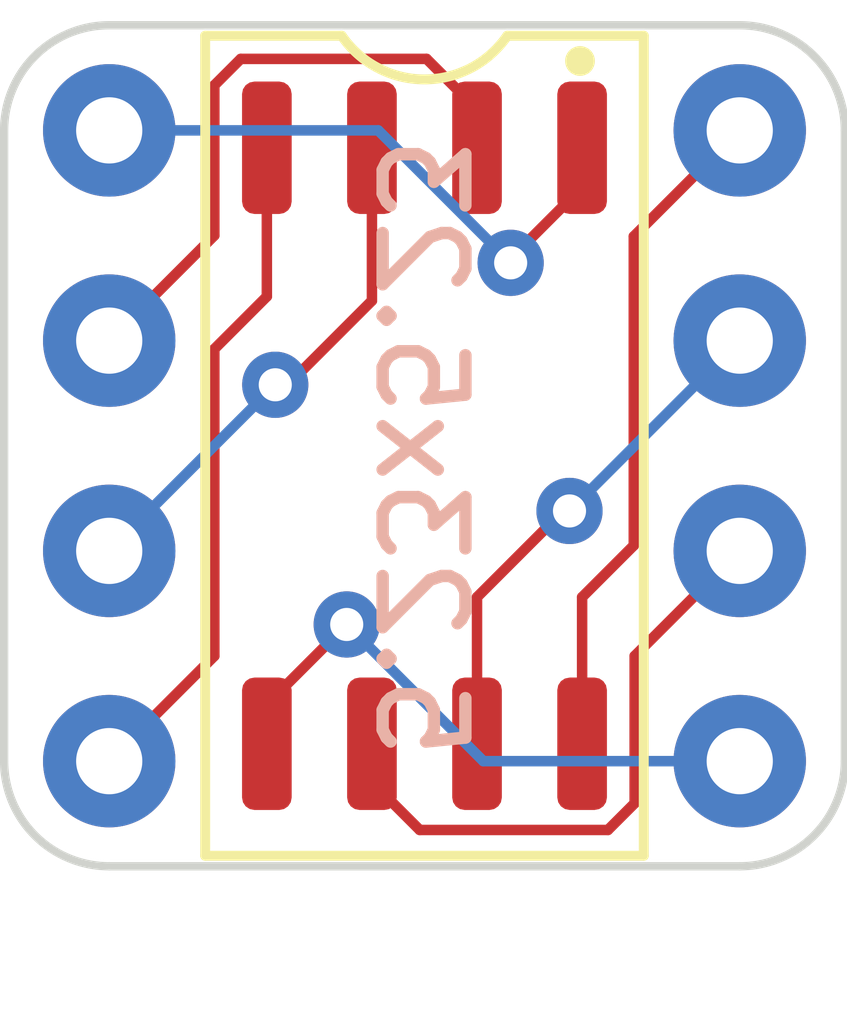
<source format=kicad_pcb>
(kicad_pcb (version 20211014) (generator pcbnew)
  (layers (0 "F.Cu" signal) (31 "B.Cu" signal) (34 "B.Paste" user) (35 "F.Paste" user) (36 "B.SilkS" user "B.Silkscreen") (37 "F.SilkS" user "F.Silkscreen") (38 "B.Mask" user) (39 "F.Mask" user) (44 "Edge.Cuts" user))
  (net 0 "")
  (net 1 "Net-(J1-Pad1)")
  (net 2 "Net-(J1-Pad2)")
  (net 3 "Net-(J1-Pad3)")
  (net 4 "Net-(J1-Pad4)")
  (net 5 "Net-(J1-Pad5)")
  (net 6 "Net-(J1-Pad6)")
  (net 7 "Net-(J1-Pad7)")
  (net 8 "Net-(J1-Pad8)")
  (footprint "Package_DIP:DIP-8_W7.62mm" (layer "F.Cu") (at 106.68 88.9)
    (fp_text reference "J1" hide)
    (fp_text value "Conn_01x08")
    (fp_line (start 1.16 -1.143) (end 1.16 8.763) (layer "F.SilkS") (width 0.12))
    (fp_line (start 6.46 -1.143) (end 4.81 -1.143) (layer "F.SilkS") (width 0.12))
    (fp_line (start 1.16 8.763) (end 6.46 8.763) (layer "F.SilkS") (width 0.12))
    (fp_line (start 6.46 8.763) (end 6.46 -1.143) (layer "F.SilkS") (width 0.12))
    (fp_line (start 2.81 -1.143) (end 1.16 -1.143) (layer "F.SilkS") (width 0.12))
    (fp_arc (start 4.81 -1.143) (mid 3.81 -0.6157) (end 2.81 -1.143) (layer "F.SilkS") (width 0.12))
    (pad "1" thru_hole circle (at 0 0) (size 1.6 1.6) (drill 0.8) (layers *.Cu *.Mask) (net 1 "Net-(J1-Pad1)"))
    (pad "2" thru_hole oval (at 0 2.54) (size 1.6 1.6) (drill 0.8) (layers *.Cu *.Mask) (net 2 "Net-(J1-Pad2)"))
    (pad "3" thru_hole oval (at 0 5.08) (size 1.6 1.6) (drill 0.8) (layers *.Cu *.Mask) (net 3 "Net-(J1-Pad3)"))
    (pad "4" thru_hole oval (at 0 7.62) (size 1.6 1.6) (drill 0.8) (layers *.Cu *.Mask) (net 4 "Net-(J1-Pad4)"))
    (pad "5" thru_hole oval (at 7.62 7.62) (size 1.6 1.6) (drill 0.8) (layers *.Cu *.Mask) (net 5 "Net-(J1-Pad5)"))
    (pad "6" thru_hole oval (at 7.62 5.08) (size 1.6 1.6) (drill 0.8) (layers *.Cu *.Mask) (net 6 "Net-(J1-Pad6)"))
    (pad "7" thru_hole oval (at 7.62 2.54) (size 1.6 1.6) (drill 0.8) (layers *.Cu *.Mask) (net 7 "Net-(J1-Pad7)"))
    (pad "8" thru_hole oval (at 7.62 0) (size 1.6 1.6) (drill 0.8) (layers *.Cu *.Mask) (net 8 "Net-(J1-Pad8)"))
  )
  (footprint "Package_SO:SOIC-8_5.23x5.23mm_P1.27mm" (layer "F.Cu") (at 110.49 92.71 -90)
    (fp_text reference "J2" hide)
    (fp_text value "Conn_01x08")
    (pad "1" smd roundrect (at -3.6 -1.905 270) (size 1.6 0.6) (layers "F.Cu" "F.Paste" "F.Mask") (net 1 "Net-(J1-Pad1)"))
    (pad "2" smd roundrect (at -3.6 -0.635 270) (size 1.6 0.6) (layers "F.Cu" "F.Paste" "F.Mask") (net 2 "Net-(J1-Pad2)"))
    (pad "3" smd roundrect (at -3.6 0.635 270) (size 1.6 0.6) (layers "F.Cu" "F.Paste" "F.Mask") (net 3 "Net-(J1-Pad3)"))
    (pad "4" smd roundrect (at -3.6 1.905 270) (size 1.6 0.6) (layers "F.Cu" "F.Paste" "F.Mask") (net 4 "Net-(J1-Pad4)"))
    (pad "5" smd roundrect (at 3.6 1.905 270) (size 1.6 0.6) (layers "F.Cu" "F.Paste" "F.Mask") (net 5 "Net-(J1-Pad5)"))
    (pad "6" smd roundrect (at 3.6 0.635 270) (size 1.6 0.6) (layers "F.Cu" "F.Paste" "F.Mask") (net 6 "Net-(J1-Pad6)"))
    (pad "7" smd roundrect (at 3.6 -0.635 270) (size 1.6 0.6) (layers "F.Cu" "F.Paste" "F.Mask") (net 7 "Net-(J1-Pad7)"))
    (pad "8" smd roundrect (at 3.6 -1.905 270) (size 1.6 0.6) (layers "F.Cu" "F.Paste" "F.Mask") (net 8 "Net-(J1-Pad8)"))
  )
  (gr_circle (center 112.3696 88.0618) (end 112.4712 88.0872) (layer "F.SilkS") (width 0.15) (fill solid))
  (gr_line (start 114.3 97.79) (end 106.68 97.79) (layer "Edge.Cuts") (width 0.1))
  (gr_line (start 106.68 87.63) (end 114.3 87.63) (layer "Edge.Cuts") (width 0.1))
  (gr_arc (start 105.41 88.9) (mid 105.781974 88.001974) (end 106.68 87.63) (layer "Edge.Cuts") (width 0.1))
  (gr_line (start 105.41 96.52) (end 105.41 88.9) (layer "Edge.Cuts") (width 0.1))
  (gr_arc (start 115.57 96.52) (mid 115.198026 97.418026) (end 114.3 97.79) (layer "Edge.Cuts") (width 0.1))
  (gr_line (start 115.57 88.9) (end 115.57 96.52) (layer "Edge.Cuts") (width 0.1))
  (gr_arc (start 114.3 87.63) (mid 115.198026 88.001974) (end 115.57 88.9) (layer "Edge.Cuts") (width 0.1))
  (gr_arc (start 106.68 97.79) (mid 105.781974 97.418026) (end 105.41 96.52) (layer "Edge.Cuts") (width 0.1))
  (gr_text "5.23x5.23" (at 110.4392 92.7354 -90) (layer "B.SilkS") (effects (font (size 1 1)) (justify mirror)))
  (segment (start 112.395 89.11) (end 112.395 89.5858) (width 0.127) (layer "F.Cu") (net 1))
  (segment (start 111.5314 90.4494) (end 111.5314 90.5002) (width 0.127) (layer "F.Cu") (net 1))
  (segment (start 112.395 89.5858) (end 111.5314 90.4494) (width 0.127) (layer "F.Cu") (net 1))
  (via (at 111.5314 90.5002) (size 0.8) (drill 0.4) (layers "F.Cu" "B.Cu") (net 1))
  (segment (start 106.68 88.9) (end 109.9312 88.9) (width 0.127) (layer "B.Cu") (net 1))
  (segment (start 109.9312 88.9) (end 111.5314 90.5002) (width 0.127) (layer "B.Cu") (net 1))
  (segment (start 107.95 90.17) (end 107.95 88.355697) (width 0.127) (layer "F.Cu") (net 2))
  (segment (start 111.125 88.646) (end 111.125 89.11) (width 0.127) (layer "F.Cu") (net 2))
  (segment (start 108.269297 88.0364) (end 110.5154 88.0364) (width 0.127) (layer "F.Cu") (net 2))
  (segment (start 110.5154 88.0364) (end 111.125 88.646) (width 0.127) (layer "F.Cu") (net 2))
  (segment (start 106.68 91.44) (end 107.95 90.17) (width 0.127) (layer "F.Cu") (net 2))
  (segment (start 107.95 88.355697) (end 108.269297 88.0364) (width 0.127) (layer "F.Cu") (net 2))
  (segment (start 108.839 91.9734) (end 109.855 90.9574) (width 0.127) (layer "F.Cu") (net 3))
  (segment (start 109.855 90.9574) (end 109.855 89.11) (width 0.127) (layer "F.Cu") (net 3))
  (segment (start 108.6866 91.9734) (end 108.839 91.9734) (width 0.127) (layer "F.Cu") (net 3))
  (via (at 108.6866 91.9734) (size 0.8) (drill 0.4) (layers "F.Cu" "B.Cu") (net 3))
  (segment (start 106.68 93.98) (end 108.6866 91.9734) (width 0.127) (layer "B.Cu") (net 3))
  (segment (start 108.585 90.9066) (end 108.585 89.11) (width 0.127) (layer "F.Cu") (net 4))
  (segment (start 107.95 95.25) (end 107.95 91.5416) (width 0.127) (layer "F.Cu") (net 4))
  (segment (start 107.95 91.5416) (end 108.585 90.9066) (width 0.127) (layer "F.Cu") (net 4))
  (segment (start 106.68 96.52) (end 107.95 95.25) (width 0.127) (layer "F.Cu") (net 4))
  (segment (start 108.585 96.31) (end 108.585 95.8342) (width 0.127) (layer "F.Cu") (net 5))
  (segment (start 108.585 95.8342) (end 109.5502 94.869) (width 0.127) (layer "F.Cu") (net 5))
  (via (at 109.5502 94.869) (size 0.8) (drill 0.4) (layers "F.Cu" "B.Cu") (net 5))
  (segment (start 114.3 96.52) (end 111.2012 96.52) (width 0.127) (layer "B.Cu") (net 5))
  (segment (start 111.2012 96.52) (end 109.5502 94.869) (width 0.127) (layer "B.Cu") (net 5))
  (segment (start 109.855 96.774) (end 109.855 96.31) (width 0.127) (layer "F.Cu") (net 6))
  (segment (start 112.707082 97.3513) (end 110.4323 97.3513) (width 0.127) (layer "F.Cu") (net 6))
  (segment (start 110.4323 97.3513) (end 109.855 96.774) (width 0.127) (layer "F.Cu") (net 6))
  (segment (start 114.3 93.98) (end 113.03 95.25) (width 0.127) (layer "F.Cu") (net 6))
  (segment (start 113.03 95.25) (end 113.03 97.028382) (width 0.127) (layer "F.Cu") (net 6))
  (segment (start 113.03 97.028382) (end 112.707082 97.3513) (width 0.127) (layer "F.Cu") (net 6))
  (segment (start 112.1664 93.4974) (end 111.125 94.5388) (width 0.127) (layer "F.Cu") (net 7))
  (segment (start 112.2426 93.4974) (end 112.1664 93.4974) (width 0.127) (layer "F.Cu") (net 7))
  (segment (start 111.125 94.5388) (end 111.125 96.31) (width 0.127) (layer "F.Cu") (net 7))
  (via (at 112.2426 93.4974) (size 0.8) (drill 0.4) (layers "F.Cu" "B.Cu") (net 7))
  (segment (start 114.3 91.44) (end 112.2426 93.4974) (width 0.127) (layer "B.Cu") (net 7))
  (segment (start 113.01952 90.18048) (end 113.01952 93.91428) (width 0.127) (layer "F.Cu") (net 8))
  (segment (start 114.3 88.9) (end 113.01952 90.18048) (width 0.127) (layer "F.Cu") (net 8))
  (segment (start 113.01952 93.91428) (end 112.395 94.5388) (width 0.127) (layer "F.Cu") (net 8))
  (segment (start 112.395 94.5388) (end 112.395 96.31) (width 0.127) (layer "F.Cu") (net 8))
)
</source>
